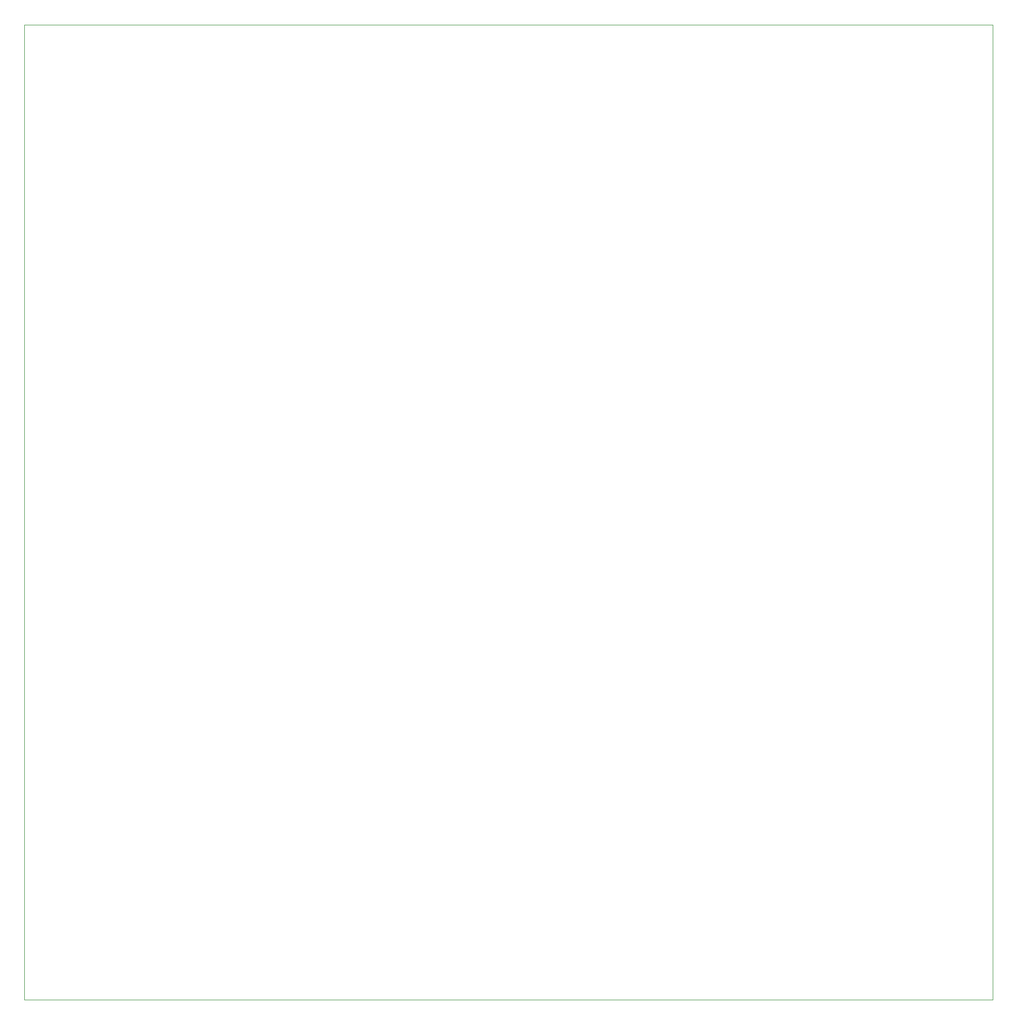
<source format=gbr>
G04 #@! TF.GenerationSoftware,KiCad,Pcbnew,(5.1.6)-1*
G04 #@! TF.CreationDate,2020-06-24T19:29:31-07:00*
G04 #@! TF.ProjectId,1d_coinctrl_r2,31645f63-6f69-46e6-9374-726c5f72322e,rev?*
G04 #@! TF.SameCoordinates,Original*
G04 #@! TF.FileFunction,Profile,NP*
%FSLAX46Y46*%
G04 Gerber Fmt 4.6, Leading zero omitted, Abs format (unit mm)*
G04 Created by KiCad (PCBNEW (5.1.6)-1) date 2020-06-24 19:29:31*
%MOMM*%
%LPD*%
G01*
G04 APERTURE LIST*
G04 #@! TA.AperFunction,Profile*
%ADD10C,0.050000*%
G04 #@! TD*
G04 APERTURE END LIST*
D10*
X242570000Y-180086000D02*
X83820000Y-180086000D01*
X242570000Y-20320000D02*
X242570000Y-180086000D01*
X83820000Y-20320000D02*
X242570000Y-20320000D01*
X83820000Y-180086000D02*
X83820000Y-20320000D01*
M02*

</source>
